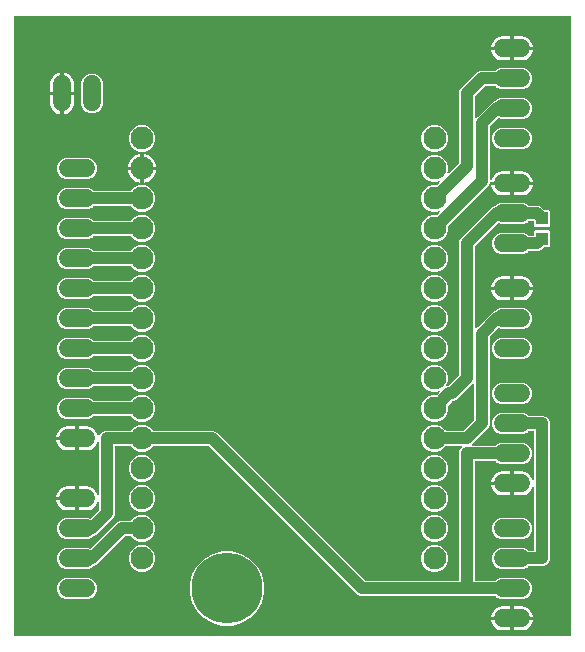
<source format=gbr>
G04 EAGLE Gerber RS-274X export*
G75*
%MOMM*%
%FSLAX34Y34*%
%LPD*%
%INBottom Copper*%
%IPPOS*%
%AMOC8*
5,1,8,0,0,1.08239X$1,22.5*%
G01*
%ADD10C,1.930400*%
%ADD11C,1.524000*%
%ADD12R,1.000000X1.100000*%
%ADD13C,1.016000*%
%ADD14C,5.999988*%

G36*
X950998Y238764D02*
X950998Y238764D01*
X951017Y238762D01*
X951119Y238784D01*
X951221Y238800D01*
X951238Y238810D01*
X951258Y238814D01*
X951347Y238867D01*
X951438Y238916D01*
X951452Y238930D01*
X951469Y238940D01*
X951536Y239019D01*
X951608Y239094D01*
X951616Y239112D01*
X951629Y239127D01*
X951668Y239223D01*
X951711Y239317D01*
X951713Y239337D01*
X951721Y239355D01*
X951739Y239522D01*
X951739Y763678D01*
X951736Y763698D01*
X951738Y763717D01*
X951716Y763819D01*
X951700Y763921D01*
X951690Y763938D01*
X951686Y763958D01*
X951633Y764047D01*
X951584Y764138D01*
X951570Y764152D01*
X951560Y764169D01*
X951481Y764236D01*
X951406Y764308D01*
X951388Y764316D01*
X951373Y764329D01*
X951277Y764368D01*
X951183Y764411D01*
X951163Y764413D01*
X951145Y764421D01*
X950978Y764439D01*
X480822Y764439D01*
X480802Y764436D01*
X480783Y764438D01*
X480681Y764416D01*
X480579Y764400D01*
X480562Y764390D01*
X480542Y764386D01*
X480453Y764333D01*
X480362Y764284D01*
X480348Y764270D01*
X480331Y764260D01*
X480264Y764181D01*
X480192Y764106D01*
X480184Y764088D01*
X480171Y764073D01*
X480132Y763977D01*
X480089Y763883D01*
X480087Y763863D01*
X480079Y763845D01*
X480061Y763678D01*
X480061Y239522D01*
X480064Y239502D01*
X480062Y239483D01*
X480084Y239381D01*
X480100Y239279D01*
X480110Y239262D01*
X480114Y239242D01*
X480167Y239153D01*
X480216Y239062D01*
X480230Y239048D01*
X480240Y239031D01*
X480319Y238964D01*
X480394Y238892D01*
X480412Y238884D01*
X480427Y238871D01*
X480523Y238832D01*
X480617Y238789D01*
X480637Y238787D01*
X480655Y238779D01*
X480822Y238761D01*
X950978Y238761D01*
X950998Y238764D01*
G37*
%LPC*%
G36*
X892261Y270255D02*
X892261Y270255D01*
X888900Y271647D01*
X887975Y272572D01*
X887901Y272625D01*
X887832Y272685D01*
X887802Y272697D01*
X887775Y272716D01*
X887688Y272743D01*
X887604Y272777D01*
X887563Y272781D01*
X887540Y272788D01*
X887508Y272787D01*
X887437Y272795D01*
X773386Y272795D01*
X770959Y273801D01*
X645087Y399672D01*
X645013Y399725D01*
X644944Y399785D01*
X644914Y399797D01*
X644887Y399816D01*
X644800Y399843D01*
X644716Y399877D01*
X644675Y399881D01*
X644652Y399888D01*
X644620Y399887D01*
X644549Y399895D01*
X598017Y399895D01*
X597927Y399881D01*
X597836Y399873D01*
X597806Y399861D01*
X597774Y399856D01*
X597693Y399813D01*
X597610Y399777D01*
X597577Y399751D01*
X597557Y399740D01*
X597535Y399717D01*
X597479Y399672D01*
X594831Y397025D01*
X590723Y395323D01*
X586277Y395323D01*
X582169Y397025D01*
X579521Y399672D01*
X579447Y399725D01*
X579378Y399785D01*
X579348Y399797D01*
X579322Y399816D01*
X579235Y399843D01*
X579150Y399877D01*
X579109Y399881D01*
X579087Y399888D01*
X579054Y399887D01*
X578983Y399895D01*
X566166Y399895D01*
X566146Y399892D01*
X566127Y399894D01*
X566025Y399872D01*
X565923Y399856D01*
X565906Y399846D01*
X565886Y399842D01*
X565797Y399789D01*
X565706Y399740D01*
X565692Y399726D01*
X565675Y399716D01*
X565608Y399637D01*
X565536Y399562D01*
X565528Y399544D01*
X565515Y399529D01*
X565476Y399433D01*
X565433Y399339D01*
X565431Y399319D01*
X565423Y399301D01*
X565405Y399134D01*
X565405Y341586D01*
X564399Y339159D01*
X549841Y324601D01*
X547441Y323607D01*
X547385Y323572D01*
X547325Y323546D01*
X547260Y323495D01*
X547232Y323477D01*
X547220Y323462D01*
X547194Y323442D01*
X546200Y322447D01*
X542839Y321055D01*
X523961Y321055D01*
X520600Y322447D01*
X518027Y325020D01*
X516635Y328381D01*
X516635Y332019D01*
X518027Y335380D01*
X520600Y337953D01*
X523961Y339345D01*
X542839Y339345D01*
X544537Y338642D01*
X544650Y338615D01*
X544764Y338586D01*
X544770Y338587D01*
X544776Y338585D01*
X544893Y338596D01*
X545009Y338605D01*
X545015Y338608D01*
X545021Y338609D01*
X545128Y338656D01*
X545235Y338702D01*
X545241Y338706D01*
X545246Y338709D01*
X545259Y338721D01*
X545366Y338807D01*
X551972Y345413D01*
X552025Y345487D01*
X552085Y345556D01*
X552097Y345586D01*
X552116Y345613D01*
X552143Y345700D01*
X552177Y345784D01*
X552181Y345825D01*
X552188Y345848D01*
X552187Y345880D01*
X552195Y345951D01*
X552195Y352307D01*
X552195Y352311D01*
X552195Y352315D01*
X552175Y352432D01*
X552156Y352550D01*
X552154Y352553D01*
X552153Y352557D01*
X552096Y352662D01*
X552040Y352767D01*
X552038Y352770D01*
X552036Y352773D01*
X551948Y352854D01*
X551862Y352936D01*
X551858Y352938D01*
X551856Y352941D01*
X551747Y352990D01*
X551639Y353040D01*
X551635Y353040D01*
X551631Y353042D01*
X551512Y353054D01*
X551395Y353067D01*
X551391Y353066D01*
X551387Y353067D01*
X551271Y353040D01*
X551154Y353015D01*
X551151Y353013D01*
X551147Y353012D01*
X551046Y352950D01*
X550943Y352889D01*
X550941Y352886D01*
X550937Y352883D01*
X550861Y352792D01*
X550783Y352702D01*
X550782Y352698D01*
X550779Y352695D01*
X550710Y352542D01*
X550436Y351700D01*
X549710Y350275D01*
X548770Y348981D01*
X547639Y347850D01*
X546345Y346910D01*
X544920Y346184D01*
X543399Y345689D01*
X541820Y345439D01*
X534923Y345439D01*
X534923Y354838D01*
X534920Y354858D01*
X534922Y354877D01*
X534900Y354979D01*
X534883Y355081D01*
X534874Y355098D01*
X534870Y355118D01*
X534817Y355207D01*
X534768Y355298D01*
X534754Y355312D01*
X534744Y355329D01*
X534665Y355396D01*
X534590Y355467D01*
X534572Y355476D01*
X534557Y355489D01*
X534461Y355527D01*
X534367Y355571D01*
X534347Y355573D01*
X534329Y355581D01*
X534162Y355599D01*
X533399Y355599D01*
X533399Y355601D01*
X534162Y355601D01*
X534182Y355604D01*
X534201Y355602D01*
X534303Y355624D01*
X534405Y355641D01*
X534422Y355650D01*
X534442Y355654D01*
X534531Y355707D01*
X534622Y355756D01*
X534636Y355770D01*
X534653Y355780D01*
X534720Y355859D01*
X534791Y355934D01*
X534800Y355952D01*
X534813Y355967D01*
X534852Y356063D01*
X534895Y356157D01*
X534897Y356177D01*
X534905Y356195D01*
X534923Y356362D01*
X534923Y365761D01*
X541820Y365761D01*
X543399Y365511D01*
X544920Y365016D01*
X546345Y364290D01*
X547639Y363350D01*
X548770Y362219D01*
X549710Y360925D01*
X550436Y359500D01*
X550710Y358658D01*
X550712Y358654D01*
X550713Y358650D01*
X550768Y358546D01*
X550823Y358439D01*
X550826Y358437D01*
X550828Y358433D01*
X550914Y358351D01*
X550999Y358268D01*
X551003Y358266D01*
X551006Y358264D01*
X551114Y358214D01*
X551221Y358162D01*
X551225Y358162D01*
X551229Y358160D01*
X551346Y358147D01*
X551466Y358133D01*
X551470Y358133D01*
X551473Y358133D01*
X551589Y358158D01*
X551706Y358182D01*
X551710Y358184D01*
X551714Y358185D01*
X551816Y358246D01*
X551919Y358306D01*
X551922Y358309D01*
X551925Y358311D01*
X552003Y358402D01*
X552081Y358492D01*
X552082Y358495D01*
X552085Y358498D01*
X552130Y358610D01*
X552175Y358719D01*
X552175Y358723D01*
X552177Y358726D01*
X552195Y358893D01*
X552195Y403107D01*
X552195Y403111D01*
X552195Y403115D01*
X552175Y403232D01*
X552156Y403350D01*
X552154Y403353D01*
X552153Y403357D01*
X552096Y403462D01*
X552040Y403567D01*
X552038Y403570D01*
X552036Y403573D01*
X551948Y403654D01*
X551862Y403736D01*
X551858Y403738D01*
X551856Y403741D01*
X551747Y403790D01*
X551639Y403840D01*
X551635Y403840D01*
X551631Y403842D01*
X551512Y403854D01*
X551395Y403867D01*
X551391Y403866D01*
X551387Y403867D01*
X551271Y403840D01*
X551154Y403815D01*
X551151Y403813D01*
X551147Y403812D01*
X551046Y403750D01*
X550943Y403689D01*
X550941Y403686D01*
X550937Y403683D01*
X550861Y403592D01*
X550783Y403502D01*
X550782Y403498D01*
X550779Y403495D01*
X550710Y403342D01*
X550436Y402500D01*
X549710Y401075D01*
X548770Y399781D01*
X547639Y398650D01*
X546345Y397710D01*
X544920Y396984D01*
X543399Y396489D01*
X541820Y396239D01*
X534923Y396239D01*
X534923Y405638D01*
X534920Y405658D01*
X534922Y405677D01*
X534900Y405779D01*
X534883Y405881D01*
X534874Y405898D01*
X534870Y405918D01*
X534817Y406007D01*
X534768Y406098D01*
X534754Y406112D01*
X534744Y406129D01*
X534665Y406196D01*
X534590Y406267D01*
X534572Y406276D01*
X534557Y406289D01*
X534461Y406327D01*
X534367Y406371D01*
X534347Y406373D01*
X534329Y406381D01*
X534162Y406399D01*
X533399Y406399D01*
X533399Y406401D01*
X534162Y406401D01*
X534182Y406404D01*
X534201Y406402D01*
X534303Y406424D01*
X534405Y406441D01*
X534422Y406450D01*
X534442Y406454D01*
X534531Y406507D01*
X534622Y406556D01*
X534636Y406570D01*
X534653Y406580D01*
X534720Y406659D01*
X534791Y406734D01*
X534800Y406752D01*
X534813Y406767D01*
X534852Y406863D01*
X534895Y406957D01*
X534897Y406977D01*
X534905Y406995D01*
X534923Y407162D01*
X534923Y416561D01*
X541820Y416561D01*
X543399Y416311D01*
X544920Y415816D01*
X546345Y415090D01*
X547639Y414150D01*
X548770Y413019D01*
X549710Y411725D01*
X550436Y410300D01*
X550931Y408779D01*
X550980Y408466D01*
X550992Y408430D01*
X550996Y408392D01*
X551030Y408314D01*
X551057Y408232D01*
X551080Y408202D01*
X551096Y408167D01*
X551154Y408104D01*
X551205Y408035D01*
X551236Y408014D01*
X551262Y407986D01*
X551337Y407945D01*
X551408Y407896D01*
X551444Y407886D01*
X551478Y407867D01*
X551562Y407852D01*
X551644Y407829D01*
X551682Y407830D01*
X551720Y407824D01*
X551805Y407836D01*
X551890Y407840D01*
X551925Y407854D01*
X551963Y407859D01*
X552039Y407898D01*
X552119Y407929D01*
X552148Y407954D01*
X552182Y407971D01*
X552242Y408032D01*
X552308Y408087D01*
X552328Y408119D01*
X552355Y408146D01*
X552435Y408293D01*
X553201Y410141D01*
X555159Y412099D01*
X557586Y413105D01*
X578983Y413105D01*
X579073Y413119D01*
X579164Y413127D01*
X579194Y413139D01*
X579226Y413144D01*
X579307Y413187D01*
X579390Y413223D01*
X579423Y413249D01*
X579443Y413260D01*
X579465Y413283D01*
X579521Y413328D01*
X582169Y415975D01*
X586277Y417677D01*
X590723Y417677D01*
X594831Y415975D01*
X597479Y413328D01*
X597553Y413275D01*
X597622Y413215D01*
X597652Y413203D01*
X597678Y413184D01*
X597765Y413157D01*
X597850Y413123D01*
X597891Y413119D01*
X597913Y413112D01*
X597946Y413113D01*
X598017Y413105D01*
X648914Y413105D01*
X651341Y412099D01*
X777213Y286228D01*
X777287Y286175D01*
X777356Y286115D01*
X777386Y286103D01*
X777413Y286084D01*
X777500Y286057D01*
X777584Y286023D01*
X777625Y286019D01*
X777648Y286012D01*
X777680Y286013D01*
X777751Y286005D01*
X856234Y286005D01*
X856254Y286008D01*
X856273Y286006D01*
X856375Y286028D01*
X856477Y286044D01*
X856494Y286054D01*
X856514Y286058D01*
X856603Y286111D01*
X856694Y286160D01*
X856708Y286174D01*
X856725Y286184D01*
X856792Y286263D01*
X856864Y286338D01*
X856872Y286356D01*
X856885Y286371D01*
X856924Y286467D01*
X856967Y286561D01*
X856969Y286581D01*
X856977Y286599D01*
X856995Y286766D01*
X856995Y395014D01*
X858001Y397441D01*
X859155Y398596D01*
X859197Y398654D01*
X859246Y398706D01*
X859268Y398753D01*
X859299Y398795D01*
X859320Y398864D01*
X859350Y398929D01*
X859356Y398981D01*
X859371Y399031D01*
X859369Y399102D01*
X859377Y399173D01*
X859366Y399224D01*
X859365Y399276D01*
X859340Y399344D01*
X859325Y399414D01*
X859298Y399459D01*
X859280Y399507D01*
X859235Y399563D01*
X859199Y399625D01*
X859159Y399659D01*
X859127Y399699D01*
X859066Y399738D01*
X859012Y399785D01*
X858963Y399804D01*
X858920Y399832D01*
X858850Y399850D01*
X858784Y399877D01*
X858712Y399885D01*
X858681Y399893D01*
X858658Y399891D01*
X858617Y399895D01*
X845717Y399895D01*
X845627Y399881D01*
X845536Y399873D01*
X845506Y399861D01*
X845474Y399856D01*
X845393Y399813D01*
X845310Y399777D01*
X845277Y399751D01*
X845257Y399740D01*
X845235Y399717D01*
X845179Y399672D01*
X842531Y397025D01*
X838423Y395323D01*
X833977Y395323D01*
X829869Y397025D01*
X826725Y400169D01*
X825023Y404277D01*
X825023Y408723D01*
X826725Y412831D01*
X829869Y415975D01*
X833977Y417677D01*
X838423Y417677D01*
X842531Y415975D01*
X845179Y413328D01*
X845253Y413275D01*
X845322Y413215D01*
X845352Y413203D01*
X845378Y413184D01*
X845465Y413157D01*
X845550Y413123D01*
X845591Y413119D01*
X845613Y413112D01*
X845646Y413113D01*
X845717Y413105D01*
X860649Y413105D01*
X860739Y413119D01*
X860830Y413127D01*
X860860Y413139D01*
X860892Y413144D01*
X860972Y413187D01*
X861056Y413223D01*
X861088Y413249D01*
X861109Y413260D01*
X861131Y413283D01*
X861187Y413328D01*
X869472Y421613D01*
X869525Y421687D01*
X869585Y421756D01*
X869597Y421786D01*
X869616Y421813D01*
X869643Y421900D01*
X869677Y421984D01*
X869681Y422025D01*
X869688Y422048D01*
X869687Y422080D01*
X869695Y422151D01*
X869695Y452117D01*
X869684Y452188D01*
X869682Y452259D01*
X869664Y452308D01*
X869656Y452360D01*
X869622Y452423D01*
X869597Y452490D01*
X869565Y452531D01*
X869540Y452577D01*
X869488Y452626D01*
X869444Y452682D01*
X869400Y452711D01*
X869362Y452746D01*
X869297Y452777D01*
X869237Y452815D01*
X869186Y452828D01*
X869139Y452850D01*
X869068Y452858D01*
X868998Y452875D01*
X868946Y452871D01*
X868895Y452877D01*
X868824Y452862D01*
X868753Y452856D01*
X868705Y452836D01*
X868654Y452825D01*
X868593Y452788D01*
X868527Y452760D01*
X868471Y452715D01*
X868443Y452699D01*
X868428Y452681D01*
X868396Y452655D01*
X867234Y451494D01*
X856606Y440866D01*
X854641Y438901D01*
X852214Y437895D01*
X851851Y437895D01*
X851761Y437881D01*
X851670Y437873D01*
X851640Y437861D01*
X851608Y437856D01*
X851528Y437813D01*
X851444Y437777D01*
X851412Y437751D01*
X851391Y437740D01*
X851369Y437717D01*
X851313Y437672D01*
X847600Y433959D01*
X847547Y433885D01*
X847487Y433816D01*
X847475Y433786D01*
X847456Y433759D01*
X847429Y433672D01*
X847395Y433588D01*
X847391Y433547D01*
X847384Y433524D01*
X847385Y433492D01*
X847377Y433421D01*
X847377Y429677D01*
X845675Y425569D01*
X842531Y422425D01*
X838423Y420723D01*
X833977Y420723D01*
X829869Y422425D01*
X826725Y425569D01*
X825023Y429677D01*
X825023Y434123D01*
X826725Y438231D01*
X829869Y441375D01*
X833977Y443077D01*
X837721Y443077D01*
X837811Y443091D01*
X837902Y443099D01*
X837932Y443111D01*
X837964Y443116D01*
X838044Y443159D01*
X838128Y443195D01*
X838160Y443221D01*
X838181Y443232D01*
X838203Y443255D01*
X838259Y443300D01*
X840257Y445298D01*
X840301Y445359D01*
X840333Y445393D01*
X840341Y445409D01*
X840376Y445452D01*
X840386Y445476D01*
X840401Y445497D01*
X840429Y445591D01*
X840464Y445681D01*
X840465Y445708D01*
X840473Y445733D01*
X840471Y445830D01*
X840475Y445927D01*
X840467Y445952D01*
X840467Y445978D01*
X840433Y446070D01*
X840406Y446163D01*
X840391Y446185D01*
X840382Y446209D01*
X840321Y446286D01*
X840266Y446365D01*
X840245Y446381D01*
X840229Y446401D01*
X840146Y446454D01*
X840069Y446512D01*
X840044Y446520D01*
X840022Y446534D01*
X839927Y446558D01*
X839835Y446588D01*
X839808Y446588D01*
X839783Y446595D01*
X839686Y446587D01*
X839589Y446586D01*
X839557Y446577D01*
X839538Y446575D01*
X839508Y446563D01*
X839428Y446539D01*
X838423Y446123D01*
X833977Y446123D01*
X829869Y447825D01*
X826725Y450969D01*
X825023Y455077D01*
X825023Y459523D01*
X826725Y463631D01*
X829869Y466775D01*
X833977Y468477D01*
X838423Y468477D01*
X842531Y466775D01*
X845675Y463631D01*
X847377Y459523D01*
X847377Y455077D01*
X846071Y451925D01*
X846055Y451855D01*
X846029Y451789D01*
X846027Y451736D01*
X846015Y451686D01*
X846022Y451615D01*
X846019Y451543D01*
X846033Y451493D01*
X846038Y451441D01*
X846067Y451375D01*
X846087Y451307D01*
X846117Y451264D01*
X846138Y451216D01*
X846187Y451163D01*
X846228Y451105D01*
X846269Y451074D01*
X846305Y451035D01*
X846368Y451000D01*
X846425Y450958D01*
X846474Y450942D01*
X846520Y450916D01*
X846591Y450904D01*
X846659Y450882D01*
X846711Y450882D01*
X846762Y450873D01*
X846833Y450883D01*
X846905Y450884D01*
X846974Y450904D01*
X847006Y450909D01*
X847026Y450919D01*
X847066Y450931D01*
X847486Y451105D01*
X847849Y451105D01*
X847939Y451119D01*
X848030Y451127D01*
X848060Y451139D01*
X848092Y451144D01*
X848172Y451187D01*
X848256Y451223D01*
X848288Y451249D01*
X848309Y451260D01*
X848331Y451283D01*
X848387Y451328D01*
X856772Y459713D01*
X856825Y459787D01*
X856885Y459856D01*
X856897Y459886D01*
X856916Y459913D01*
X856943Y459999D01*
X856977Y460084D01*
X856981Y460125D01*
X856988Y460148D01*
X856987Y460180D01*
X856995Y460251D01*
X856995Y572814D01*
X858001Y575241D01*
X859966Y577206D01*
X883294Y600534D01*
X885259Y602499D01*
X887659Y603493D01*
X887715Y603528D01*
X887775Y603554D01*
X887840Y603605D01*
X887868Y603623D01*
X887880Y603638D01*
X887906Y603658D01*
X888900Y604653D01*
X892261Y606045D01*
X911139Y606045D01*
X914500Y604653D01*
X915425Y603728D01*
X915499Y603675D01*
X915568Y603615D01*
X915598Y603603D01*
X915625Y603584D01*
X915712Y603557D01*
X915796Y603523D01*
X915837Y603519D01*
X915860Y603512D01*
X915892Y603513D01*
X915963Y603505D01*
X924214Y603505D01*
X926641Y602499D01*
X929193Y599948D01*
X929267Y599895D01*
X929336Y599835D01*
X929366Y599823D01*
X929393Y599804D01*
X929480Y599777D01*
X929564Y599743D01*
X929605Y599739D01*
X929628Y599732D01*
X929660Y599733D01*
X929731Y599725D01*
X932732Y599725D01*
X933625Y598832D01*
X933625Y594358D01*
X933635Y594294D01*
X933636Y594228D01*
X933659Y594148D01*
X933664Y594116D01*
X933674Y594098D01*
X933683Y594067D01*
X933705Y594014D01*
X933705Y591386D01*
X933683Y591333D01*
X933668Y591269D01*
X933643Y591208D01*
X933634Y591126D01*
X933627Y591094D01*
X933628Y591074D01*
X933625Y591042D01*
X933625Y586568D01*
X932732Y585675D01*
X921468Y585675D01*
X920575Y586568D01*
X920575Y589534D01*
X920572Y589554D01*
X920574Y589573D01*
X920552Y589675D01*
X920536Y589777D01*
X920526Y589794D01*
X920522Y589814D01*
X920469Y589903D01*
X920420Y589994D01*
X920406Y590008D01*
X920396Y590025D01*
X920317Y590092D01*
X920242Y590164D01*
X920224Y590172D01*
X920209Y590185D01*
X920113Y590224D01*
X920019Y590267D01*
X919999Y590269D01*
X919981Y590277D01*
X919814Y590295D01*
X915963Y590295D01*
X915873Y590281D01*
X915782Y590273D01*
X915752Y590261D01*
X915720Y590256D01*
X915640Y590213D01*
X915556Y590177D01*
X915524Y590151D01*
X915503Y590140D01*
X915481Y590117D01*
X915425Y590072D01*
X914500Y589147D01*
X911139Y587755D01*
X892261Y587755D01*
X890563Y588458D01*
X890450Y588485D01*
X890336Y588514D01*
X890330Y588513D01*
X890324Y588515D01*
X890207Y588504D01*
X890091Y588495D01*
X890085Y588492D01*
X890079Y588491D01*
X889972Y588444D01*
X889865Y588398D01*
X889859Y588394D01*
X889854Y588391D01*
X889841Y588379D01*
X889734Y588293D01*
X870428Y568987D01*
X870375Y568913D01*
X870315Y568844D01*
X870303Y568814D01*
X870284Y568787D01*
X870257Y568701D01*
X870223Y568616D01*
X870219Y568575D01*
X870212Y568552D01*
X870213Y568520D01*
X870205Y568449D01*
X870205Y500383D01*
X870216Y500312D01*
X870218Y500241D01*
X870236Y500192D01*
X870244Y500140D01*
X870278Y500077D01*
X870303Y500010D01*
X870335Y499969D01*
X870360Y499923D01*
X870412Y499874D01*
X870456Y499818D01*
X870500Y499789D01*
X870538Y499754D01*
X870603Y499723D01*
X870663Y499685D01*
X870714Y499672D01*
X870761Y499650D01*
X870832Y499642D01*
X870902Y499625D01*
X870954Y499629D01*
X871005Y499623D01*
X871076Y499638D01*
X871147Y499644D01*
X871195Y499664D01*
X871246Y499675D01*
X871307Y499712D01*
X871373Y499740D01*
X871429Y499785D01*
X871457Y499801D01*
X871472Y499819D01*
X871504Y499845D01*
X872566Y500906D01*
X885259Y513599D01*
X887659Y514593D01*
X887715Y514628D01*
X887775Y514654D01*
X887840Y514705D01*
X887868Y514723D01*
X887880Y514738D01*
X887906Y514758D01*
X888900Y515753D01*
X892261Y517145D01*
X911139Y517145D01*
X914500Y515753D01*
X917073Y513180D01*
X918465Y509819D01*
X918465Y506181D01*
X917073Y502820D01*
X914500Y500247D01*
X911139Y498855D01*
X892261Y498855D01*
X890563Y499558D01*
X890450Y499585D01*
X890336Y499614D01*
X890330Y499613D01*
X890324Y499615D01*
X890207Y499604D01*
X890091Y499595D01*
X890085Y499592D01*
X890079Y499591D01*
X889972Y499544D01*
X889865Y499498D01*
X889859Y499494D01*
X889854Y499491D01*
X889841Y499479D01*
X889734Y499393D01*
X883128Y492787D01*
X883085Y492727D01*
X883045Y492685D01*
X883038Y492670D01*
X883015Y492644D01*
X883003Y492614D01*
X882984Y492587D01*
X882957Y492501D01*
X882948Y492478D01*
X882941Y492462D01*
X882941Y492459D01*
X882923Y492416D01*
X882919Y492375D01*
X882912Y492352D01*
X882913Y492320D01*
X882905Y492249D01*
X882905Y417786D01*
X881899Y415359D01*
X879934Y413394D01*
X868145Y401604D01*
X868103Y401546D01*
X868054Y401494D01*
X868032Y401447D01*
X868001Y401405D01*
X867980Y401336D01*
X867950Y401271D01*
X867944Y401219D01*
X867929Y401169D01*
X867931Y401098D01*
X867923Y401027D01*
X867934Y400976D01*
X867935Y400924D01*
X867960Y400856D01*
X867975Y400786D01*
X868002Y400741D01*
X868020Y400693D01*
X868065Y400637D01*
X868101Y400575D01*
X868141Y400541D01*
X868173Y400501D01*
X868234Y400462D01*
X868288Y400415D01*
X868337Y400396D01*
X868380Y400368D01*
X868450Y400350D01*
X868516Y400323D01*
X868588Y400315D01*
X868619Y400307D01*
X868642Y400309D01*
X868683Y400305D01*
X887437Y400305D01*
X887527Y400319D01*
X887618Y400327D01*
X887648Y400339D01*
X887680Y400344D01*
X887760Y400387D01*
X887844Y400423D01*
X887876Y400449D01*
X887897Y400460D01*
X887919Y400483D01*
X887975Y400528D01*
X888900Y401453D01*
X892261Y402845D01*
X911139Y402845D01*
X914500Y401453D01*
X917073Y398880D01*
X918465Y395519D01*
X918465Y391881D01*
X917073Y388520D01*
X914500Y385947D01*
X911139Y384555D01*
X892261Y384555D01*
X888900Y385947D01*
X887975Y386872D01*
X887901Y386925D01*
X887832Y386985D01*
X887802Y386997D01*
X887775Y387016D01*
X887688Y387043D01*
X887604Y387077D01*
X887563Y387081D01*
X887540Y387088D01*
X887508Y387087D01*
X887437Y387095D01*
X870966Y387095D01*
X870946Y387092D01*
X870927Y387094D01*
X870825Y387072D01*
X870723Y387056D01*
X870706Y387046D01*
X870686Y387042D01*
X870597Y386989D01*
X870506Y386940D01*
X870492Y386926D01*
X870475Y386916D01*
X870408Y386837D01*
X870336Y386762D01*
X870328Y386744D01*
X870315Y386729D01*
X870276Y386633D01*
X870233Y386539D01*
X870231Y386519D01*
X870223Y386501D01*
X870205Y386334D01*
X870205Y286766D01*
X870208Y286746D01*
X870206Y286727D01*
X870228Y286625D01*
X870244Y286523D01*
X870254Y286506D01*
X870258Y286486D01*
X870311Y286397D01*
X870360Y286306D01*
X870374Y286292D01*
X870384Y286275D01*
X870463Y286208D01*
X870538Y286136D01*
X870556Y286128D01*
X870571Y286115D01*
X870667Y286076D01*
X870761Y286033D01*
X870781Y286031D01*
X870799Y286023D01*
X870966Y286005D01*
X887437Y286005D01*
X887527Y286019D01*
X887618Y286027D01*
X887648Y286039D01*
X887680Y286044D01*
X887760Y286087D01*
X887844Y286123D01*
X887876Y286149D01*
X887897Y286160D01*
X887919Y286183D01*
X887975Y286228D01*
X888900Y287153D01*
X892261Y288545D01*
X911139Y288545D01*
X914500Y287153D01*
X917073Y284580D01*
X918465Y281219D01*
X918465Y277581D01*
X917073Y274220D01*
X914500Y271647D01*
X911139Y270255D01*
X892261Y270255D01*
G37*
%LPD*%
%LPC*%
G36*
X833977Y573123D02*
X833977Y573123D01*
X829869Y574825D01*
X826725Y577969D01*
X825023Y582077D01*
X825023Y586523D01*
X826725Y590631D01*
X829869Y593775D01*
X833977Y595477D01*
X837721Y595477D01*
X837811Y595491D01*
X837902Y595499D01*
X837932Y595511D01*
X837964Y595516D01*
X838044Y595559D01*
X838128Y595595D01*
X838160Y595621D01*
X838181Y595632D01*
X838203Y595655D01*
X838259Y595700D01*
X840257Y597698D01*
X840314Y597777D01*
X840376Y597852D01*
X840386Y597876D01*
X840401Y597897D01*
X840429Y597991D01*
X840464Y598081D01*
X840465Y598108D01*
X840473Y598133D01*
X840471Y598230D01*
X840475Y598327D01*
X840467Y598352D01*
X840467Y598378D01*
X840433Y598470D01*
X840406Y598563D01*
X840391Y598585D01*
X840382Y598609D01*
X840321Y598686D01*
X840266Y598765D01*
X840245Y598781D01*
X840229Y598801D01*
X840147Y598854D01*
X840069Y598912D01*
X840044Y598920D01*
X840022Y598934D01*
X839927Y598958D01*
X839835Y598988D01*
X839809Y598988D01*
X839783Y598995D01*
X839686Y598987D01*
X839589Y598986D01*
X839557Y598977D01*
X839538Y598975D01*
X839508Y598963D01*
X839428Y598939D01*
X838423Y598523D01*
X833977Y598523D01*
X829869Y600225D01*
X826725Y603369D01*
X825023Y607477D01*
X825023Y611923D01*
X826725Y616031D01*
X829869Y619175D01*
X833977Y620877D01*
X837721Y620877D01*
X837811Y620891D01*
X837902Y620899D01*
X837932Y620911D01*
X837964Y620916D01*
X838044Y620959D01*
X838128Y620995D01*
X838160Y621021D01*
X838181Y621032D01*
X838203Y621055D01*
X838259Y621100D01*
X840257Y623098D01*
X840314Y623177D01*
X840376Y623252D01*
X840386Y623276D01*
X840401Y623297D01*
X840429Y623391D01*
X840464Y623481D01*
X840465Y623508D01*
X840473Y623533D01*
X840471Y623630D01*
X840475Y623727D01*
X840467Y623752D01*
X840467Y623778D01*
X840433Y623870D01*
X840406Y623963D01*
X840391Y623985D01*
X840382Y624009D01*
X840321Y624086D01*
X840266Y624165D01*
X840245Y624181D01*
X840229Y624201D01*
X840147Y624254D01*
X840069Y624312D01*
X840044Y624320D01*
X840022Y624334D01*
X839927Y624358D01*
X839835Y624388D01*
X839809Y624388D01*
X839783Y624395D01*
X839686Y624387D01*
X839589Y624386D01*
X839557Y624377D01*
X839538Y624375D01*
X839508Y624363D01*
X839428Y624339D01*
X838423Y623923D01*
X833977Y623923D01*
X829869Y625625D01*
X826725Y628769D01*
X825023Y632877D01*
X825023Y637323D01*
X826725Y641431D01*
X829869Y644575D01*
X833977Y646277D01*
X838423Y646277D01*
X842531Y644575D01*
X845675Y641431D01*
X847377Y637323D01*
X847377Y632877D01*
X846961Y631872D01*
X846938Y631778D01*
X846910Y631685D01*
X846910Y631658D01*
X846905Y631633D01*
X846914Y631536D01*
X846916Y631439D01*
X846925Y631414D01*
X846928Y631388D01*
X846967Y631299D01*
X847001Y631208D01*
X847017Y631187D01*
X847028Y631163D01*
X847094Y631092D01*
X847154Y631016D01*
X847176Y631001D01*
X847194Y630982D01*
X847279Y630935D01*
X847361Y630883D01*
X847387Y630876D01*
X847410Y630864D01*
X847505Y630846D01*
X847600Y630823D01*
X847626Y630825D01*
X847652Y630820D01*
X847748Y630834D01*
X847845Y630842D01*
X847869Y630852D01*
X847895Y630856D01*
X847982Y630900D01*
X848071Y630938D01*
X848097Y630958D01*
X848114Y630967D01*
X848137Y630991D01*
X848202Y631043D01*
X856772Y639613D01*
X856825Y639687D01*
X856885Y639756D01*
X856897Y639786D01*
X856916Y639813D01*
X856943Y639900D01*
X856977Y639984D01*
X856981Y640025D01*
X856988Y640048D01*
X856987Y640080D01*
X856995Y640151D01*
X856995Y699814D01*
X858001Y702241D01*
X872559Y716799D01*
X874986Y717805D01*
X887437Y717805D01*
X887527Y717819D01*
X887618Y717827D01*
X887648Y717839D01*
X887680Y717844D01*
X887760Y717887D01*
X887844Y717923D01*
X887876Y717949D01*
X887897Y717960D01*
X887919Y717983D01*
X887975Y718028D01*
X888900Y718953D01*
X892261Y720345D01*
X911139Y720345D01*
X914500Y718953D01*
X917073Y716380D01*
X918465Y713019D01*
X918465Y709381D01*
X917073Y706020D01*
X914500Y703447D01*
X911139Y702055D01*
X892261Y702055D01*
X888900Y703447D01*
X887975Y704372D01*
X887901Y704425D01*
X887832Y704485D01*
X887802Y704497D01*
X887775Y704516D01*
X887688Y704543D01*
X887604Y704577D01*
X887563Y704581D01*
X887540Y704588D01*
X887508Y704587D01*
X887437Y704595D01*
X879351Y704595D01*
X879261Y704581D01*
X879170Y704573D01*
X879140Y704561D01*
X879108Y704556D01*
X879028Y704513D01*
X878944Y704477D01*
X878912Y704451D01*
X878891Y704440D01*
X878869Y704417D01*
X878813Y704372D01*
X870428Y695987D01*
X870375Y695913D01*
X870315Y695844D01*
X870303Y695814D01*
X870284Y695787D01*
X870257Y695700D01*
X870223Y695616D01*
X870219Y695575D01*
X870212Y695552D01*
X870213Y695520D01*
X870205Y695449D01*
X870205Y678183D01*
X870216Y678112D01*
X870218Y678041D01*
X870236Y677992D01*
X870244Y677940D01*
X870278Y677877D01*
X870303Y677810D01*
X870335Y677769D01*
X870360Y677723D01*
X870412Y677674D01*
X870456Y677618D01*
X870500Y677589D01*
X870538Y677554D01*
X870603Y677523D01*
X870663Y677485D01*
X870714Y677472D01*
X870761Y677450D01*
X870832Y677442D01*
X870902Y677425D01*
X870954Y677429D01*
X871005Y677423D01*
X871076Y677438D01*
X871147Y677444D01*
X871195Y677464D01*
X871246Y677475D01*
X871307Y677512D01*
X871373Y677540D01*
X871429Y677585D01*
X871457Y677601D01*
X871472Y677619D01*
X871504Y677645D01*
X872666Y678806D01*
X885259Y691399D01*
X887659Y692393D01*
X887715Y692428D01*
X887775Y692454D01*
X887840Y692505D01*
X887868Y692523D01*
X887880Y692538D01*
X887906Y692558D01*
X888900Y693553D01*
X892261Y694945D01*
X911139Y694945D01*
X914500Y693553D01*
X917073Y690980D01*
X918465Y687619D01*
X918465Y683981D01*
X917073Y680620D01*
X914500Y678047D01*
X911139Y676655D01*
X892261Y676655D01*
X890563Y677358D01*
X890450Y677385D01*
X890336Y677414D01*
X890330Y677413D01*
X890324Y677415D01*
X890207Y677404D01*
X890091Y677395D01*
X890085Y677392D01*
X890079Y677391D01*
X889972Y677344D01*
X889865Y677298D01*
X889859Y677294D01*
X889854Y677291D01*
X889841Y677279D01*
X889734Y677193D01*
X883128Y670587D01*
X883075Y670513D01*
X883015Y670444D01*
X883003Y670414D01*
X882984Y670387D01*
X882957Y670300D01*
X882923Y670216D01*
X882919Y670175D01*
X882912Y670152D01*
X882913Y670120D01*
X882905Y670049D01*
X882905Y625593D01*
X882905Y625589D01*
X882905Y625585D01*
X882925Y625468D01*
X882944Y625350D01*
X882946Y625347D01*
X882947Y625343D01*
X883004Y625238D01*
X883060Y625133D01*
X883062Y625130D01*
X883064Y625127D01*
X883152Y625046D01*
X883238Y624964D01*
X883242Y624962D01*
X883244Y624959D01*
X883353Y624910D01*
X883461Y624860D01*
X883465Y624860D01*
X883469Y624858D01*
X883588Y624846D01*
X883705Y624833D01*
X883709Y624834D01*
X883713Y624833D01*
X883829Y624860D01*
X883946Y624885D01*
X883949Y624887D01*
X883953Y624888D01*
X884054Y624950D01*
X884157Y625011D01*
X884159Y625014D01*
X884163Y625017D01*
X884239Y625108D01*
X884317Y625198D01*
X884318Y625202D01*
X884321Y625205D01*
X884390Y625358D01*
X884664Y626200D01*
X885390Y627625D01*
X886330Y628919D01*
X887461Y630050D01*
X888755Y630990D01*
X890180Y631716D01*
X891701Y632211D01*
X893280Y632461D01*
X900177Y632461D01*
X900177Y623823D01*
X883666Y623823D01*
X883646Y623820D01*
X883627Y623822D01*
X883525Y623800D01*
X883423Y623783D01*
X883406Y623774D01*
X883386Y623770D01*
X883297Y623717D01*
X883206Y623668D01*
X883192Y623654D01*
X883175Y623644D01*
X883108Y623565D01*
X883036Y623490D01*
X883028Y623472D01*
X883015Y623457D01*
X882976Y623361D01*
X882933Y623267D01*
X882931Y623247D01*
X882923Y623229D01*
X882908Y623095D01*
X881899Y620659D01*
X879934Y618694D01*
X847600Y586359D01*
X847547Y586285D01*
X847487Y586216D01*
X847475Y586186D01*
X847456Y586159D01*
X847429Y586073D01*
X847395Y585988D01*
X847391Y585947D01*
X847384Y585924D01*
X847385Y585892D01*
X847377Y585821D01*
X847377Y582077D01*
X845675Y577969D01*
X842531Y574825D01*
X838423Y573123D01*
X833977Y573123D01*
G37*
%LPD*%
%LPC*%
G36*
X656250Y247875D02*
X656250Y247875D01*
X648232Y250024D01*
X641043Y254174D01*
X635174Y260043D01*
X631024Y267232D01*
X628875Y275250D01*
X628875Y283550D01*
X631024Y291568D01*
X635174Y298757D01*
X641043Y304626D01*
X648232Y308776D01*
X656250Y310925D01*
X664550Y310925D01*
X672568Y308776D01*
X679757Y304626D01*
X685626Y298757D01*
X689776Y291568D01*
X691925Y283550D01*
X691925Y275250D01*
X689776Y267232D01*
X685626Y260043D01*
X679757Y254174D01*
X672568Y250024D01*
X664550Y247875D01*
X656250Y247875D01*
G37*
%LPD*%
%LPC*%
G36*
X892261Y295655D02*
X892261Y295655D01*
X888900Y297047D01*
X886327Y299620D01*
X884935Y302981D01*
X884935Y306619D01*
X886327Y309980D01*
X888900Y312553D01*
X892261Y313945D01*
X911139Y313945D01*
X914500Y312553D01*
X915425Y311628D01*
X915499Y311575D01*
X915568Y311515D01*
X915598Y311503D01*
X915625Y311484D01*
X915712Y311457D01*
X915796Y311423D01*
X915837Y311419D01*
X915860Y311412D01*
X915892Y311413D01*
X915963Y311405D01*
X919734Y311405D01*
X919754Y311408D01*
X919773Y311406D01*
X919875Y311428D01*
X919977Y311444D01*
X919994Y311454D01*
X920014Y311458D01*
X920103Y311511D01*
X920194Y311560D01*
X920208Y311574D01*
X920225Y311584D01*
X920292Y311663D01*
X920364Y311738D01*
X920372Y311756D01*
X920385Y311771D01*
X920424Y311867D01*
X920467Y311961D01*
X920469Y311981D01*
X920477Y311999D01*
X920495Y312166D01*
X920495Y365007D01*
X920495Y365011D01*
X920495Y365015D01*
X920475Y365131D01*
X920456Y365250D01*
X920454Y365253D01*
X920453Y365257D01*
X920396Y365361D01*
X920340Y365467D01*
X920338Y365470D01*
X920336Y365473D01*
X920248Y365554D01*
X920162Y365636D01*
X920158Y365638D01*
X920156Y365641D01*
X920047Y365690D01*
X919939Y365740D01*
X919935Y365740D01*
X919931Y365742D01*
X919812Y365754D01*
X919695Y365767D01*
X919691Y365766D01*
X919687Y365767D01*
X919571Y365740D01*
X919454Y365715D01*
X919451Y365713D01*
X919447Y365712D01*
X919346Y365650D01*
X919243Y365589D01*
X919241Y365586D01*
X919237Y365583D01*
X919160Y365492D01*
X919083Y365402D01*
X919082Y365398D01*
X919079Y365395D01*
X919010Y365242D01*
X918736Y364400D01*
X918010Y362975D01*
X917070Y361681D01*
X915939Y360550D01*
X914645Y359610D01*
X913220Y358884D01*
X911699Y358389D01*
X910120Y358139D01*
X903223Y358139D01*
X903223Y367538D01*
X903220Y367558D01*
X903222Y367577D01*
X903200Y367679D01*
X903183Y367781D01*
X903174Y367798D01*
X903170Y367818D01*
X903117Y367907D01*
X903068Y367998D01*
X903054Y368012D01*
X903044Y368029D01*
X902965Y368096D01*
X902890Y368167D01*
X902872Y368176D01*
X902857Y368189D01*
X902761Y368227D01*
X902667Y368271D01*
X902647Y368273D01*
X902629Y368281D01*
X902462Y368299D01*
X901699Y368299D01*
X901699Y368301D01*
X902462Y368301D01*
X902482Y368304D01*
X902501Y368302D01*
X902603Y368324D01*
X902705Y368341D01*
X902722Y368350D01*
X902742Y368354D01*
X902831Y368407D01*
X902922Y368456D01*
X902936Y368470D01*
X902953Y368480D01*
X903020Y368559D01*
X903091Y368634D01*
X903100Y368652D01*
X903113Y368667D01*
X903152Y368763D01*
X903195Y368857D01*
X903197Y368877D01*
X903205Y368895D01*
X903223Y369062D01*
X903223Y378461D01*
X910120Y378461D01*
X911699Y378211D01*
X913220Y377716D01*
X914645Y376990D01*
X915939Y376050D01*
X917070Y374919D01*
X918010Y373625D01*
X918736Y372200D01*
X919010Y371358D01*
X919012Y371354D01*
X919013Y371350D01*
X919068Y371246D01*
X919123Y371139D01*
X919126Y371137D01*
X919128Y371133D01*
X919214Y371051D01*
X919299Y370968D01*
X919303Y370966D01*
X919306Y370964D01*
X919414Y370914D01*
X919521Y370862D01*
X919525Y370862D01*
X919529Y370860D01*
X919646Y370847D01*
X919766Y370833D01*
X919770Y370833D01*
X919773Y370833D01*
X919891Y370858D01*
X920006Y370882D01*
X920010Y370884D01*
X920014Y370885D01*
X920117Y370947D01*
X920219Y371006D01*
X920222Y371009D01*
X920225Y371011D01*
X920303Y371103D01*
X920381Y371192D01*
X920382Y371195D01*
X920385Y371198D01*
X920430Y371310D01*
X920475Y371419D01*
X920475Y371423D01*
X920477Y371426D01*
X920495Y371593D01*
X920495Y411734D01*
X920492Y411754D01*
X920494Y411773D01*
X920472Y411875D01*
X920456Y411977D01*
X920446Y411994D01*
X920442Y412014D01*
X920389Y412103D01*
X920340Y412194D01*
X920326Y412208D01*
X920316Y412225D01*
X920237Y412292D01*
X920162Y412364D01*
X920144Y412372D01*
X920129Y412385D01*
X920033Y412424D01*
X919939Y412467D01*
X919919Y412469D01*
X919901Y412477D01*
X919734Y412495D01*
X915963Y412495D01*
X915873Y412481D01*
X915782Y412473D01*
X915752Y412461D01*
X915720Y412456D01*
X915640Y412413D01*
X915556Y412377D01*
X915524Y412351D01*
X915503Y412340D01*
X915481Y412317D01*
X915425Y412272D01*
X914500Y411347D01*
X911139Y409955D01*
X892261Y409955D01*
X888900Y411347D01*
X886327Y413920D01*
X884935Y417281D01*
X884935Y420919D01*
X886327Y424280D01*
X888900Y426853D01*
X892261Y428245D01*
X911139Y428245D01*
X914500Y426853D01*
X915425Y425928D01*
X915499Y425875D01*
X915568Y425815D01*
X915598Y425803D01*
X915625Y425784D01*
X915712Y425757D01*
X915796Y425723D01*
X915837Y425719D01*
X915860Y425712D01*
X915892Y425713D01*
X915963Y425705D01*
X928414Y425705D01*
X930841Y424699D01*
X932699Y422841D01*
X933705Y420414D01*
X933705Y303486D01*
X932699Y301059D01*
X930841Y299201D01*
X928414Y298195D01*
X915963Y298195D01*
X915873Y298181D01*
X915782Y298173D01*
X915752Y298161D01*
X915720Y298156D01*
X915640Y298113D01*
X915556Y298077D01*
X915524Y298051D01*
X915503Y298040D01*
X915481Y298017D01*
X915425Y297972D01*
X914500Y297047D01*
X911139Y295655D01*
X892261Y295655D01*
G37*
%LPD*%
%LPC*%
G36*
X523961Y295655D02*
X523961Y295655D01*
X520600Y297047D01*
X518027Y299620D01*
X516635Y302981D01*
X516635Y306619D01*
X518027Y309980D01*
X520600Y312553D01*
X523961Y313945D01*
X542839Y313945D01*
X544537Y313242D01*
X544650Y313215D01*
X544764Y313186D01*
X544770Y313187D01*
X544776Y313185D01*
X544893Y313196D01*
X545009Y313205D01*
X545015Y313208D01*
X545021Y313209D01*
X545128Y313256D01*
X545235Y313302D01*
X545241Y313306D01*
X545246Y313309D01*
X545259Y313321D01*
X545366Y313407D01*
X565894Y333934D01*
X567859Y335899D01*
X570286Y336905D01*
X578983Y336905D01*
X579073Y336919D01*
X579164Y336927D01*
X579194Y336939D01*
X579226Y336944D01*
X579307Y336987D01*
X579390Y337023D01*
X579423Y337049D01*
X579443Y337060D01*
X579465Y337083D01*
X579521Y337128D01*
X582169Y339775D01*
X586277Y341477D01*
X590723Y341477D01*
X594831Y339775D01*
X597975Y336631D01*
X599677Y332523D01*
X599677Y328077D01*
X597975Y323969D01*
X594831Y320825D01*
X590723Y319123D01*
X586277Y319123D01*
X582169Y320825D01*
X579521Y323472D01*
X579447Y323525D01*
X579378Y323585D01*
X579348Y323597D01*
X579322Y323616D01*
X579235Y323643D01*
X579150Y323677D01*
X579109Y323681D01*
X579087Y323688D01*
X579054Y323687D01*
X578983Y323695D01*
X574651Y323695D01*
X574561Y323681D01*
X574470Y323673D01*
X574440Y323661D01*
X574408Y323656D01*
X574328Y323613D01*
X574244Y323577D01*
X574212Y323551D01*
X574191Y323540D01*
X574169Y323517D01*
X574113Y323472D01*
X549841Y299201D01*
X547441Y298207D01*
X547385Y298172D01*
X547325Y298146D01*
X547260Y298095D01*
X547232Y298077D01*
X547220Y298062D01*
X547194Y298042D01*
X546200Y297047D01*
X542839Y295655D01*
X523961Y295655D01*
G37*
%LPD*%
%LPC*%
G36*
X586277Y446123D02*
X586277Y446123D01*
X582169Y447825D01*
X579521Y450472D01*
X579447Y450525D01*
X579378Y450585D01*
X579348Y450597D01*
X579322Y450616D01*
X579235Y450643D01*
X579150Y450677D01*
X579109Y450681D01*
X579087Y450688D01*
X579054Y450687D01*
X578983Y450695D01*
X547763Y450695D01*
X547673Y450681D01*
X547582Y450673D01*
X547552Y450661D01*
X547520Y450656D01*
X547440Y450613D01*
X547356Y450577D01*
X547324Y450551D01*
X547303Y450540D01*
X547281Y450517D01*
X547225Y450472D01*
X546200Y449447D01*
X542839Y448055D01*
X523961Y448055D01*
X520600Y449447D01*
X518027Y452020D01*
X516635Y455381D01*
X516635Y459019D01*
X518027Y462380D01*
X520600Y464953D01*
X523961Y466345D01*
X542839Y466345D01*
X546200Y464953D01*
X547025Y464128D01*
X547099Y464075D01*
X547168Y464015D01*
X547198Y464003D01*
X547225Y463984D01*
X547312Y463957D01*
X547396Y463923D01*
X547437Y463919D01*
X547460Y463912D01*
X547492Y463913D01*
X547563Y463905D01*
X578983Y463905D01*
X579073Y463919D01*
X579164Y463927D01*
X579194Y463939D01*
X579226Y463944D01*
X579307Y463987D01*
X579390Y464023D01*
X579423Y464049D01*
X579443Y464060D01*
X579465Y464083D01*
X579521Y464128D01*
X582169Y466775D01*
X586277Y468477D01*
X590723Y468477D01*
X594831Y466775D01*
X597975Y463631D01*
X599677Y459523D01*
X599677Y455077D01*
X597975Y450969D01*
X594831Y447825D01*
X590723Y446123D01*
X586277Y446123D01*
G37*
%LPD*%
%LPC*%
G36*
X586277Y471523D02*
X586277Y471523D01*
X582169Y473225D01*
X579521Y475872D01*
X579447Y475925D01*
X579378Y475985D01*
X579348Y475997D01*
X579322Y476016D01*
X579235Y476043D01*
X579150Y476077D01*
X579109Y476081D01*
X579087Y476088D01*
X579054Y476087D01*
X578983Y476095D01*
X547763Y476095D01*
X547673Y476081D01*
X547582Y476073D01*
X547552Y476061D01*
X547520Y476056D01*
X547440Y476013D01*
X547356Y475977D01*
X547324Y475951D01*
X547303Y475940D01*
X547281Y475917D01*
X547225Y475872D01*
X546200Y474847D01*
X542839Y473455D01*
X523961Y473455D01*
X520600Y474847D01*
X518027Y477420D01*
X516635Y480781D01*
X516635Y484419D01*
X518027Y487780D01*
X520600Y490353D01*
X523961Y491745D01*
X542839Y491745D01*
X546200Y490353D01*
X547025Y489528D01*
X547099Y489475D01*
X547168Y489415D01*
X547198Y489403D01*
X547225Y489384D01*
X547312Y489357D01*
X547396Y489323D01*
X547437Y489319D01*
X547460Y489312D01*
X547492Y489313D01*
X547563Y489305D01*
X578983Y489305D01*
X579073Y489319D01*
X579164Y489327D01*
X579194Y489339D01*
X579226Y489344D01*
X579307Y489387D01*
X579390Y489423D01*
X579423Y489449D01*
X579443Y489460D01*
X579465Y489483D01*
X579521Y489528D01*
X582169Y492175D01*
X586277Y493877D01*
X590723Y493877D01*
X594831Y492175D01*
X597975Y489031D01*
X599677Y484923D01*
X599677Y480477D01*
X597975Y476369D01*
X594831Y473225D01*
X590723Y471523D01*
X586277Y471523D01*
G37*
%LPD*%
%LPC*%
G36*
X586277Y573123D02*
X586277Y573123D01*
X582169Y574825D01*
X579621Y577372D01*
X579547Y577425D01*
X579478Y577485D01*
X579448Y577497D01*
X579422Y577516D01*
X579335Y577543D01*
X579250Y577577D01*
X579209Y577581D01*
X579187Y577588D01*
X579154Y577587D01*
X579083Y577595D01*
X547663Y577595D01*
X547573Y577581D01*
X547482Y577573D01*
X547452Y577561D01*
X547420Y577556D01*
X547340Y577513D01*
X547256Y577477D01*
X547224Y577451D01*
X547203Y577440D01*
X547181Y577417D01*
X547125Y577372D01*
X546200Y576447D01*
X542839Y575055D01*
X523961Y575055D01*
X520600Y576447D01*
X518027Y579020D01*
X516635Y582381D01*
X516635Y586019D01*
X518027Y589380D01*
X520600Y591953D01*
X523961Y593345D01*
X542839Y593345D01*
X546200Y591953D01*
X547125Y591028D01*
X547199Y590975D01*
X547268Y590915D01*
X547298Y590903D01*
X547325Y590884D01*
X547412Y590857D01*
X547496Y590823D01*
X547537Y590819D01*
X547560Y590812D01*
X547592Y590813D01*
X547663Y590805D01*
X578883Y590805D01*
X578973Y590819D01*
X579064Y590827D01*
X579094Y590839D01*
X579126Y590844D01*
X579207Y590887D01*
X579290Y590923D01*
X579323Y590949D01*
X579343Y590960D01*
X579365Y590983D01*
X579421Y591028D01*
X582169Y593775D01*
X586277Y595477D01*
X590723Y595477D01*
X594831Y593775D01*
X597975Y590631D01*
X599677Y586523D01*
X599677Y582077D01*
X597975Y577969D01*
X594831Y574825D01*
X590723Y573123D01*
X586277Y573123D01*
G37*
%LPD*%
%LPC*%
G36*
X586277Y547723D02*
X586277Y547723D01*
X582169Y549425D01*
X579521Y552072D01*
X579447Y552125D01*
X579378Y552185D01*
X579348Y552197D01*
X579322Y552216D01*
X579235Y552243D01*
X579150Y552277D01*
X579109Y552281D01*
X579087Y552288D01*
X579054Y552287D01*
X578983Y552295D01*
X547763Y552295D01*
X547673Y552281D01*
X547582Y552273D01*
X547552Y552261D01*
X547520Y552256D01*
X547440Y552213D01*
X547356Y552177D01*
X547324Y552151D01*
X547303Y552140D01*
X547281Y552117D01*
X547225Y552072D01*
X546200Y551047D01*
X542839Y549655D01*
X523961Y549655D01*
X520600Y551047D01*
X518027Y553620D01*
X516635Y556981D01*
X516635Y560619D01*
X518027Y563980D01*
X520600Y566553D01*
X523961Y567945D01*
X542839Y567945D01*
X546200Y566553D01*
X547025Y565728D01*
X547099Y565675D01*
X547168Y565615D01*
X547198Y565603D01*
X547225Y565584D01*
X547312Y565557D01*
X547396Y565523D01*
X547437Y565519D01*
X547460Y565512D01*
X547492Y565513D01*
X547563Y565505D01*
X578983Y565505D01*
X579073Y565519D01*
X579164Y565527D01*
X579194Y565539D01*
X579226Y565544D01*
X579307Y565587D01*
X579390Y565623D01*
X579423Y565649D01*
X579443Y565660D01*
X579465Y565683D01*
X579521Y565728D01*
X582169Y568375D01*
X586277Y570077D01*
X590723Y570077D01*
X594831Y568375D01*
X597975Y565231D01*
X599677Y561123D01*
X599677Y556677D01*
X597975Y552569D01*
X594831Y549425D01*
X590723Y547723D01*
X586277Y547723D01*
G37*
%LPD*%
%LPC*%
G36*
X586277Y496923D02*
X586277Y496923D01*
X582169Y498625D01*
X579521Y501272D01*
X579447Y501325D01*
X579378Y501385D01*
X579348Y501397D01*
X579322Y501416D01*
X579235Y501443D01*
X579150Y501477D01*
X579109Y501481D01*
X579087Y501488D01*
X579054Y501487D01*
X578983Y501495D01*
X547763Y501495D01*
X547673Y501481D01*
X547582Y501473D01*
X547552Y501461D01*
X547520Y501456D01*
X547440Y501413D01*
X547356Y501377D01*
X547324Y501351D01*
X547303Y501340D01*
X547281Y501317D01*
X547225Y501272D01*
X546200Y500247D01*
X542839Y498855D01*
X523961Y498855D01*
X520600Y500247D01*
X518027Y502820D01*
X516635Y506181D01*
X516635Y509819D01*
X518027Y513180D01*
X520600Y515753D01*
X523961Y517145D01*
X542839Y517145D01*
X546200Y515753D01*
X547025Y514928D01*
X547099Y514875D01*
X547168Y514815D01*
X547198Y514803D01*
X547225Y514784D01*
X547312Y514757D01*
X547396Y514723D01*
X547437Y514719D01*
X547460Y514712D01*
X547492Y514713D01*
X547563Y514705D01*
X578983Y514705D01*
X579073Y514719D01*
X579164Y514727D01*
X579194Y514739D01*
X579226Y514744D01*
X579307Y514787D01*
X579390Y514823D01*
X579423Y514849D01*
X579443Y514860D01*
X579465Y514883D01*
X579521Y514928D01*
X582169Y517575D01*
X586277Y519277D01*
X590723Y519277D01*
X594831Y517575D01*
X597975Y514431D01*
X599677Y510323D01*
X599677Y505877D01*
X597975Y501769D01*
X594831Y498625D01*
X590723Y496923D01*
X586277Y496923D01*
G37*
%LPD*%
%LPC*%
G36*
X586277Y522323D02*
X586277Y522323D01*
X582169Y524025D01*
X579521Y526672D01*
X579447Y526725D01*
X579378Y526785D01*
X579348Y526797D01*
X579322Y526816D01*
X579235Y526843D01*
X579150Y526877D01*
X579109Y526881D01*
X579087Y526888D01*
X579054Y526887D01*
X578983Y526895D01*
X547763Y526895D01*
X547673Y526881D01*
X547582Y526873D01*
X547552Y526861D01*
X547520Y526856D01*
X547440Y526813D01*
X547356Y526777D01*
X547324Y526751D01*
X547303Y526740D01*
X547281Y526717D01*
X547225Y526672D01*
X546200Y525647D01*
X542839Y524255D01*
X523961Y524255D01*
X520600Y525647D01*
X518027Y528220D01*
X516635Y531581D01*
X516635Y535219D01*
X518027Y538580D01*
X520600Y541153D01*
X523961Y542545D01*
X542839Y542545D01*
X546200Y541153D01*
X547025Y540328D01*
X547099Y540275D01*
X547168Y540215D01*
X547198Y540203D01*
X547225Y540184D01*
X547312Y540157D01*
X547396Y540123D01*
X547437Y540119D01*
X547460Y540112D01*
X547492Y540113D01*
X547563Y540105D01*
X578983Y540105D01*
X579073Y540119D01*
X579164Y540127D01*
X579194Y540139D01*
X579226Y540144D01*
X579307Y540187D01*
X579390Y540223D01*
X579423Y540249D01*
X579443Y540260D01*
X579465Y540283D01*
X579521Y540328D01*
X582169Y542975D01*
X586277Y544677D01*
X590723Y544677D01*
X594831Y542975D01*
X597975Y539831D01*
X599677Y535723D01*
X599677Y531277D01*
X597975Y527169D01*
X594831Y524025D01*
X590723Y522323D01*
X586277Y522323D01*
G37*
%LPD*%
%LPC*%
G36*
X586277Y420723D02*
X586277Y420723D01*
X582169Y422425D01*
X579521Y425072D01*
X579447Y425125D01*
X579378Y425185D01*
X579348Y425197D01*
X579322Y425216D01*
X579235Y425243D01*
X579150Y425277D01*
X579109Y425281D01*
X579087Y425288D01*
X579054Y425287D01*
X578983Y425295D01*
X547763Y425295D01*
X547673Y425281D01*
X547582Y425273D01*
X547552Y425261D01*
X547520Y425256D01*
X547440Y425213D01*
X547356Y425177D01*
X547324Y425151D01*
X547303Y425140D01*
X547281Y425117D01*
X547225Y425072D01*
X546200Y424047D01*
X542839Y422655D01*
X523961Y422655D01*
X520600Y424047D01*
X518027Y426620D01*
X516635Y429981D01*
X516635Y433619D01*
X518027Y436980D01*
X520600Y439553D01*
X523961Y440945D01*
X542839Y440945D01*
X546200Y439553D01*
X547025Y438728D01*
X547099Y438675D01*
X547168Y438615D01*
X547198Y438603D01*
X547225Y438584D01*
X547312Y438557D01*
X547396Y438523D01*
X547437Y438519D01*
X547460Y438512D01*
X547492Y438513D01*
X547563Y438505D01*
X578983Y438505D01*
X579073Y438519D01*
X579164Y438527D01*
X579194Y438539D01*
X579226Y438544D01*
X579307Y438587D01*
X579390Y438623D01*
X579423Y438649D01*
X579443Y438660D01*
X579465Y438683D01*
X579521Y438728D01*
X582169Y441375D01*
X586277Y443077D01*
X590723Y443077D01*
X594831Y441375D01*
X597975Y438231D01*
X599677Y434123D01*
X599677Y429677D01*
X597975Y425569D01*
X594831Y422425D01*
X590723Y420723D01*
X586277Y420723D01*
G37*
%LPD*%
%LPC*%
G36*
X586277Y598523D02*
X586277Y598523D01*
X582169Y600225D01*
X579621Y602772D01*
X579547Y602825D01*
X579478Y602885D01*
X579448Y602897D01*
X579422Y602916D01*
X579335Y602943D01*
X579250Y602977D01*
X579209Y602981D01*
X579187Y602988D01*
X579154Y602987D01*
X579083Y602995D01*
X547663Y602995D01*
X547573Y602981D01*
X547482Y602973D01*
X547452Y602961D01*
X547420Y602956D01*
X547340Y602913D01*
X547256Y602877D01*
X547224Y602851D01*
X547203Y602840D01*
X547181Y602817D01*
X547125Y602772D01*
X546200Y601847D01*
X542839Y600455D01*
X523961Y600455D01*
X520600Y601847D01*
X518027Y604420D01*
X516635Y607781D01*
X516635Y611419D01*
X518027Y614780D01*
X520600Y617353D01*
X523961Y618745D01*
X542839Y618745D01*
X546200Y617353D01*
X547125Y616428D01*
X547199Y616375D01*
X547268Y616315D01*
X547298Y616303D01*
X547325Y616284D01*
X547412Y616257D01*
X547496Y616223D01*
X547537Y616219D01*
X547560Y616212D01*
X547592Y616213D01*
X547663Y616205D01*
X578883Y616205D01*
X578973Y616219D01*
X579064Y616227D01*
X579094Y616239D01*
X579126Y616244D01*
X579207Y616287D01*
X579290Y616323D01*
X579323Y616349D01*
X579343Y616360D01*
X579365Y616383D01*
X579421Y616428D01*
X582169Y619175D01*
X586277Y620877D01*
X590723Y620877D01*
X594831Y619175D01*
X597975Y616031D01*
X599677Y611923D01*
X599677Y607477D01*
X597975Y603369D01*
X594831Y600225D01*
X590723Y598523D01*
X586277Y598523D01*
G37*
%LPD*%
%LPC*%
G36*
X892261Y562355D02*
X892261Y562355D01*
X888900Y563747D01*
X886327Y566320D01*
X884935Y569681D01*
X884935Y573319D01*
X886327Y576680D01*
X888900Y579253D01*
X892261Y580645D01*
X911139Y580645D01*
X914500Y579253D01*
X915425Y578328D01*
X915499Y578275D01*
X915568Y578215D01*
X915598Y578203D01*
X915625Y578184D01*
X915712Y578157D01*
X915796Y578123D01*
X915837Y578119D01*
X915860Y578112D01*
X915892Y578113D01*
X915963Y578105D01*
X919814Y578105D01*
X919834Y578108D01*
X919853Y578106D01*
X919955Y578128D01*
X920057Y578144D01*
X920074Y578154D01*
X920094Y578158D01*
X920183Y578211D01*
X920274Y578260D01*
X920288Y578274D01*
X920305Y578284D01*
X920372Y578363D01*
X920444Y578438D01*
X920452Y578456D01*
X920465Y578471D01*
X920504Y578567D01*
X920547Y578661D01*
X920549Y578681D01*
X920557Y578699D01*
X920575Y578866D01*
X920575Y581832D01*
X921468Y582725D01*
X932732Y582725D01*
X933625Y581832D01*
X933625Y577358D01*
X933635Y577294D01*
X933636Y577228D01*
X933659Y577148D01*
X933664Y577116D01*
X933674Y577098D01*
X933683Y577067D01*
X933705Y577014D01*
X933705Y574386D01*
X933683Y574333D01*
X933668Y574269D01*
X933643Y574208D01*
X933634Y574126D01*
X933627Y574094D01*
X933628Y574074D01*
X933625Y574042D01*
X933625Y569568D01*
X932732Y568675D01*
X929731Y568675D01*
X929641Y568661D01*
X929550Y568653D01*
X929520Y568641D01*
X929488Y568636D01*
X929408Y568593D01*
X929324Y568557D01*
X929292Y568531D01*
X929271Y568520D01*
X929249Y568497D01*
X929193Y568452D01*
X928606Y567866D01*
X926641Y565901D01*
X924214Y564895D01*
X915963Y564895D01*
X915873Y564881D01*
X915782Y564873D01*
X915752Y564861D01*
X915720Y564856D01*
X915640Y564813D01*
X915556Y564777D01*
X915524Y564751D01*
X915503Y564740D01*
X915481Y564717D01*
X915425Y564672D01*
X914500Y563747D01*
X911139Y562355D01*
X892261Y562355D01*
G37*
%LPD*%
%LPC*%
G36*
X892261Y435355D02*
X892261Y435355D01*
X888900Y436747D01*
X886327Y439320D01*
X884935Y442681D01*
X884935Y446319D01*
X886327Y449680D01*
X888900Y452253D01*
X892261Y453645D01*
X911139Y453645D01*
X914500Y452253D01*
X917073Y449680D01*
X918465Y446319D01*
X918465Y442681D01*
X917073Y439320D01*
X914500Y436747D01*
X911139Y435355D01*
X892261Y435355D01*
G37*
%LPD*%
%LPC*%
G36*
X892261Y473455D02*
X892261Y473455D01*
X888900Y474847D01*
X886327Y477420D01*
X884935Y480781D01*
X884935Y484419D01*
X886327Y487780D01*
X888900Y490353D01*
X892261Y491745D01*
X911139Y491745D01*
X914500Y490353D01*
X917073Y487780D01*
X918465Y484419D01*
X918465Y480781D01*
X917073Y477420D01*
X914500Y474847D01*
X911139Y473455D01*
X892261Y473455D01*
G37*
%LPD*%
%LPC*%
G36*
X544281Y681735D02*
X544281Y681735D01*
X540920Y683127D01*
X538347Y685700D01*
X536955Y689061D01*
X536955Y707939D01*
X538347Y711300D01*
X540920Y713873D01*
X544281Y715265D01*
X547919Y715265D01*
X551280Y713873D01*
X553853Y711300D01*
X555245Y707939D01*
X555245Y689061D01*
X553853Y685700D01*
X551280Y683127D01*
X547919Y681735D01*
X544281Y681735D01*
G37*
%LPD*%
%LPC*%
G36*
X892261Y651255D02*
X892261Y651255D01*
X888900Y652647D01*
X886327Y655220D01*
X884935Y658581D01*
X884935Y662219D01*
X886327Y665580D01*
X888900Y668153D01*
X892261Y669545D01*
X911139Y669545D01*
X914500Y668153D01*
X917073Y665580D01*
X918465Y662219D01*
X918465Y658581D01*
X917073Y655220D01*
X914500Y652647D01*
X911139Y651255D01*
X892261Y651255D01*
G37*
%LPD*%
%LPC*%
G36*
X523961Y270255D02*
X523961Y270255D01*
X520600Y271647D01*
X518027Y274220D01*
X516635Y277581D01*
X516635Y281219D01*
X518027Y284580D01*
X520600Y287153D01*
X523961Y288545D01*
X542839Y288545D01*
X546200Y287153D01*
X548773Y284580D01*
X550165Y281219D01*
X550165Y277581D01*
X548773Y274220D01*
X546200Y271647D01*
X542839Y270255D01*
X523961Y270255D01*
G37*
%LPD*%
%LPC*%
G36*
X523961Y625855D02*
X523961Y625855D01*
X520600Y627247D01*
X518027Y629820D01*
X516635Y633181D01*
X516635Y636819D01*
X518027Y640180D01*
X520600Y642753D01*
X523961Y644145D01*
X542839Y644145D01*
X546200Y642753D01*
X548773Y640180D01*
X550165Y636819D01*
X550165Y633181D01*
X548773Y629820D01*
X546200Y627247D01*
X542839Y625855D01*
X523961Y625855D01*
G37*
%LPD*%
%LPC*%
G36*
X892261Y321055D02*
X892261Y321055D01*
X888900Y322447D01*
X886327Y325020D01*
X884935Y328381D01*
X884935Y332019D01*
X886327Y335380D01*
X888900Y337953D01*
X892261Y339345D01*
X911139Y339345D01*
X914500Y337953D01*
X917073Y335380D01*
X918465Y332019D01*
X918465Y328381D01*
X917073Y325020D01*
X914500Y322447D01*
X911139Y321055D01*
X892261Y321055D01*
G37*
%LPD*%
%LPC*%
G36*
X833977Y293723D02*
X833977Y293723D01*
X829869Y295425D01*
X826725Y298569D01*
X825023Y302677D01*
X825023Y307123D01*
X826725Y311231D01*
X829869Y314375D01*
X833977Y316077D01*
X838423Y316077D01*
X842531Y314375D01*
X845675Y311231D01*
X847377Y307123D01*
X847377Y302677D01*
X845675Y298569D01*
X842531Y295425D01*
X838423Y293723D01*
X833977Y293723D01*
G37*
%LPD*%
%LPC*%
G36*
X833977Y496923D02*
X833977Y496923D01*
X829869Y498625D01*
X826725Y501769D01*
X825023Y505877D01*
X825023Y510323D01*
X826725Y514431D01*
X829869Y517575D01*
X833977Y519277D01*
X838423Y519277D01*
X842531Y517575D01*
X845675Y514431D01*
X847377Y510323D01*
X847377Y505877D01*
X845675Y501769D01*
X842531Y498625D01*
X838423Y496923D01*
X833977Y496923D01*
G37*
%LPD*%
%LPC*%
G36*
X833977Y471523D02*
X833977Y471523D01*
X829869Y473225D01*
X826725Y476369D01*
X825023Y480477D01*
X825023Y484923D01*
X826725Y489031D01*
X829869Y492175D01*
X833977Y493877D01*
X838423Y493877D01*
X842531Y492175D01*
X845675Y489031D01*
X847377Y484923D01*
X847377Y480477D01*
X845675Y476369D01*
X842531Y473225D01*
X838423Y471523D01*
X833977Y471523D01*
G37*
%LPD*%
%LPC*%
G36*
X586277Y369923D02*
X586277Y369923D01*
X582169Y371625D01*
X579025Y374769D01*
X577323Y378877D01*
X577323Y383323D01*
X579025Y387431D01*
X582169Y390575D01*
X586277Y392277D01*
X590723Y392277D01*
X594831Y390575D01*
X597975Y387431D01*
X599677Y383323D01*
X599677Y378877D01*
X597975Y374769D01*
X594831Y371625D01*
X590723Y369923D01*
X586277Y369923D01*
G37*
%LPD*%
%LPC*%
G36*
X833977Y369923D02*
X833977Y369923D01*
X829869Y371625D01*
X826725Y374769D01*
X825023Y378877D01*
X825023Y383323D01*
X826725Y387431D01*
X829869Y390575D01*
X833977Y392277D01*
X838423Y392277D01*
X842531Y390575D01*
X845675Y387431D01*
X847377Y383323D01*
X847377Y378877D01*
X845675Y374769D01*
X842531Y371625D01*
X838423Y369923D01*
X833977Y369923D01*
G37*
%LPD*%
%LPC*%
G36*
X833977Y344523D02*
X833977Y344523D01*
X829869Y346225D01*
X826725Y349369D01*
X825023Y353477D01*
X825023Y357923D01*
X826725Y362031D01*
X829869Y365175D01*
X833977Y366877D01*
X838423Y366877D01*
X842531Y365175D01*
X845675Y362031D01*
X847377Y357923D01*
X847377Y353477D01*
X845675Y349369D01*
X842531Y346225D01*
X838423Y344523D01*
X833977Y344523D01*
G37*
%LPD*%
%LPC*%
G36*
X586277Y344523D02*
X586277Y344523D01*
X582169Y346225D01*
X579025Y349369D01*
X577323Y353477D01*
X577323Y357923D01*
X579025Y362031D01*
X582169Y365175D01*
X586277Y366877D01*
X590723Y366877D01*
X594831Y365175D01*
X597975Y362031D01*
X599677Y357923D01*
X599677Y353477D01*
X597975Y349369D01*
X594831Y346225D01*
X590723Y344523D01*
X586277Y344523D01*
G37*
%LPD*%
%LPC*%
G36*
X833977Y319123D02*
X833977Y319123D01*
X829869Y320825D01*
X826725Y323969D01*
X825023Y328077D01*
X825023Y332523D01*
X826725Y336631D01*
X829869Y339775D01*
X833977Y341477D01*
X838423Y341477D01*
X842531Y339775D01*
X845675Y336631D01*
X847377Y332523D01*
X847377Y328077D01*
X845675Y323969D01*
X842531Y320825D01*
X838423Y319123D01*
X833977Y319123D01*
G37*
%LPD*%
%LPC*%
G36*
X586277Y293723D02*
X586277Y293723D01*
X582169Y295425D01*
X579025Y298569D01*
X577323Y302677D01*
X577323Y307123D01*
X579025Y311231D01*
X582169Y314375D01*
X586277Y316077D01*
X590723Y316077D01*
X594831Y314375D01*
X597975Y311231D01*
X599677Y307123D01*
X599677Y302677D01*
X597975Y298569D01*
X594831Y295425D01*
X590723Y293723D01*
X586277Y293723D01*
G37*
%LPD*%
%LPC*%
G36*
X833977Y649323D02*
X833977Y649323D01*
X829869Y651025D01*
X826725Y654169D01*
X825023Y658277D01*
X825023Y662723D01*
X826725Y666831D01*
X829869Y669975D01*
X833977Y671677D01*
X838423Y671677D01*
X842531Y669975D01*
X845675Y666831D01*
X847377Y662723D01*
X847377Y658277D01*
X845675Y654169D01*
X842531Y651025D01*
X838423Y649323D01*
X833977Y649323D01*
G37*
%LPD*%
%LPC*%
G36*
X586277Y649323D02*
X586277Y649323D01*
X582169Y651025D01*
X579025Y654169D01*
X577323Y658277D01*
X577323Y662723D01*
X579025Y666831D01*
X582169Y669975D01*
X586277Y671677D01*
X590723Y671677D01*
X594831Y669975D01*
X597975Y666831D01*
X599677Y662723D01*
X599677Y658277D01*
X597975Y654169D01*
X594831Y651025D01*
X590723Y649323D01*
X586277Y649323D01*
G37*
%LPD*%
%LPC*%
G36*
X833977Y547723D02*
X833977Y547723D01*
X829869Y549425D01*
X826725Y552569D01*
X825023Y556677D01*
X825023Y561123D01*
X826725Y565231D01*
X829869Y568375D01*
X833977Y570077D01*
X838423Y570077D01*
X842531Y568375D01*
X845675Y565231D01*
X847377Y561123D01*
X847377Y556677D01*
X845675Y552569D01*
X842531Y549425D01*
X838423Y547723D01*
X833977Y547723D01*
G37*
%LPD*%
%LPC*%
G36*
X833977Y522323D02*
X833977Y522323D01*
X829869Y524025D01*
X826725Y527169D01*
X825023Y531277D01*
X825023Y535723D01*
X826725Y539831D01*
X829869Y542975D01*
X833977Y544677D01*
X838423Y544677D01*
X842531Y542975D01*
X845675Y539831D01*
X847377Y535723D01*
X847377Y531277D01*
X845675Y527169D01*
X842531Y524025D01*
X838423Y522323D01*
X833977Y522323D01*
G37*
%LPD*%
%LPC*%
G36*
X522223Y700023D02*
X522223Y700023D01*
X522223Y716166D01*
X523079Y716031D01*
X524600Y715536D01*
X526025Y714810D01*
X527319Y713870D01*
X528450Y712739D01*
X529390Y711445D01*
X530116Y710020D01*
X530611Y708499D01*
X530861Y706920D01*
X530861Y700023D01*
X522223Y700023D01*
G37*
%LPD*%
%LPC*%
G36*
X903223Y738123D02*
X903223Y738123D01*
X903223Y746761D01*
X910120Y746761D01*
X911699Y746511D01*
X913220Y746016D01*
X914645Y745290D01*
X915939Y744350D01*
X917070Y743219D01*
X918010Y741925D01*
X918736Y740500D01*
X919231Y738979D01*
X919366Y738123D01*
X903223Y738123D01*
G37*
%LPD*%
%LPC*%
G36*
X903223Y534923D02*
X903223Y534923D01*
X903223Y543561D01*
X910120Y543561D01*
X911699Y543311D01*
X913220Y542816D01*
X914645Y542090D01*
X915939Y541150D01*
X917070Y540019D01*
X918010Y538725D01*
X918736Y537300D01*
X919231Y535779D01*
X919366Y534923D01*
X903223Y534923D01*
G37*
%LPD*%
%LPC*%
G36*
X903223Y255523D02*
X903223Y255523D01*
X903223Y264161D01*
X910120Y264161D01*
X911699Y263911D01*
X913220Y263416D01*
X914645Y262690D01*
X915939Y261750D01*
X917070Y260619D01*
X918010Y259325D01*
X918736Y257900D01*
X919231Y256379D01*
X919366Y255523D01*
X903223Y255523D01*
G37*
%LPD*%
%LPC*%
G36*
X903223Y623823D02*
X903223Y623823D01*
X903223Y632461D01*
X910120Y632461D01*
X911699Y632211D01*
X913220Y631716D01*
X914645Y630990D01*
X915939Y630050D01*
X917070Y628919D01*
X918010Y627625D01*
X918736Y626200D01*
X919231Y624679D01*
X919366Y623823D01*
X903223Y623823D01*
G37*
%LPD*%
%LPC*%
G36*
X884034Y738123D02*
X884034Y738123D01*
X884169Y738979D01*
X884664Y740500D01*
X885390Y741925D01*
X886330Y743219D01*
X887461Y744350D01*
X888755Y745290D01*
X890180Y746016D01*
X891701Y746511D01*
X893280Y746761D01*
X900177Y746761D01*
X900177Y738123D01*
X884034Y738123D01*
G37*
%LPD*%
%LPC*%
G36*
X884034Y255523D02*
X884034Y255523D01*
X884169Y256379D01*
X884664Y257900D01*
X885390Y259325D01*
X886330Y260619D01*
X887461Y261750D01*
X888755Y262690D01*
X890180Y263416D01*
X891701Y263911D01*
X893280Y264161D01*
X900177Y264161D01*
X900177Y255523D01*
X884034Y255523D01*
G37*
%LPD*%
%LPC*%
G36*
X884034Y369823D02*
X884034Y369823D01*
X884169Y370679D01*
X884664Y372200D01*
X885390Y373625D01*
X886330Y374919D01*
X887461Y376050D01*
X888755Y376990D01*
X890180Y377716D01*
X891701Y378211D01*
X893280Y378461D01*
X900177Y378461D01*
X900177Y369823D01*
X884034Y369823D01*
G37*
%LPD*%
%LPC*%
G36*
X884034Y534923D02*
X884034Y534923D01*
X884169Y535779D01*
X884664Y537300D01*
X885390Y538725D01*
X886330Y540019D01*
X887461Y541150D01*
X888755Y542090D01*
X890180Y542816D01*
X891701Y543311D01*
X893280Y543561D01*
X900177Y543561D01*
X900177Y534923D01*
X884034Y534923D01*
G37*
%LPD*%
%LPC*%
G36*
X515734Y357123D02*
X515734Y357123D01*
X515869Y357979D01*
X516364Y359500D01*
X517090Y360925D01*
X518030Y362219D01*
X519161Y363350D01*
X520455Y364290D01*
X521880Y365016D01*
X523401Y365511D01*
X524980Y365761D01*
X531877Y365761D01*
X531877Y357123D01*
X515734Y357123D01*
G37*
%LPD*%
%LPC*%
G36*
X515734Y407923D02*
X515734Y407923D01*
X515869Y408779D01*
X516364Y410300D01*
X517090Y411725D01*
X518030Y413019D01*
X519161Y414150D01*
X520455Y415090D01*
X521880Y415816D01*
X523401Y416311D01*
X524980Y416561D01*
X531877Y416561D01*
X531877Y407923D01*
X515734Y407923D01*
G37*
%LPD*%
%LPC*%
G36*
X522223Y696977D02*
X522223Y696977D01*
X530861Y696977D01*
X530861Y690080D01*
X530611Y688501D01*
X530116Y686980D01*
X529390Y685555D01*
X528450Y684261D01*
X527319Y683130D01*
X526025Y682190D01*
X524600Y681464D01*
X523079Y680969D01*
X522223Y680834D01*
X522223Y696977D01*
G37*
%LPD*%
%LPC*%
G36*
X903223Y726439D02*
X903223Y726439D01*
X903223Y735077D01*
X919366Y735077D01*
X919231Y734221D01*
X918736Y732700D01*
X918010Y731275D01*
X917070Y729981D01*
X915939Y728850D01*
X914645Y727910D01*
X913220Y727184D01*
X911699Y726689D01*
X910120Y726439D01*
X903223Y726439D01*
G37*
%LPD*%
%LPC*%
G36*
X903223Y612139D02*
X903223Y612139D01*
X903223Y620777D01*
X919366Y620777D01*
X919231Y619921D01*
X918736Y618400D01*
X918010Y616975D01*
X917070Y615681D01*
X915939Y614550D01*
X914645Y613610D01*
X913220Y612884D01*
X911699Y612389D01*
X910120Y612139D01*
X903223Y612139D01*
G37*
%LPD*%
%LPC*%
G36*
X510539Y700023D02*
X510539Y700023D01*
X510539Y706920D01*
X510789Y708499D01*
X511284Y710020D01*
X512010Y711445D01*
X512950Y712739D01*
X514081Y713870D01*
X515375Y714810D01*
X516800Y715536D01*
X518321Y716031D01*
X519177Y716166D01*
X519177Y700023D01*
X510539Y700023D01*
G37*
%LPD*%
%LPC*%
G36*
X903223Y523239D02*
X903223Y523239D01*
X903223Y531877D01*
X919366Y531877D01*
X919231Y531021D01*
X918736Y529500D01*
X918010Y528075D01*
X917070Y526781D01*
X915939Y525650D01*
X914645Y524710D01*
X913220Y523984D01*
X911699Y523489D01*
X910120Y523239D01*
X903223Y523239D01*
G37*
%LPD*%
%LPC*%
G36*
X903223Y243839D02*
X903223Y243839D01*
X903223Y252477D01*
X919366Y252477D01*
X919231Y251621D01*
X918736Y250100D01*
X918010Y248675D01*
X917070Y247381D01*
X915939Y246250D01*
X914645Y245310D01*
X913220Y244584D01*
X911699Y244089D01*
X910120Y243839D01*
X903223Y243839D01*
G37*
%LPD*%
%LPC*%
G36*
X893280Y726439D02*
X893280Y726439D01*
X891701Y726689D01*
X890180Y727184D01*
X888755Y727910D01*
X887461Y728850D01*
X886330Y729981D01*
X885390Y731275D01*
X884664Y732700D01*
X884169Y734221D01*
X884034Y735077D01*
X900177Y735077D01*
X900177Y726439D01*
X893280Y726439D01*
G37*
%LPD*%
%LPC*%
G36*
X518321Y680969D02*
X518321Y680969D01*
X516800Y681464D01*
X515375Y682190D01*
X514081Y683130D01*
X512950Y684261D01*
X512010Y685555D01*
X511284Y686980D01*
X510789Y688501D01*
X510539Y690080D01*
X510539Y696977D01*
X519177Y696977D01*
X519177Y680834D01*
X518321Y680969D01*
G37*
%LPD*%
%LPC*%
G36*
X524980Y396239D02*
X524980Y396239D01*
X523401Y396489D01*
X521880Y396984D01*
X520455Y397710D01*
X519161Y398650D01*
X518030Y399781D01*
X517090Y401075D01*
X516364Y402500D01*
X515869Y404021D01*
X515734Y404877D01*
X531877Y404877D01*
X531877Y396239D01*
X524980Y396239D01*
G37*
%LPD*%
%LPC*%
G36*
X893280Y523239D02*
X893280Y523239D01*
X891701Y523489D01*
X890180Y523984D01*
X888755Y524710D01*
X887461Y525650D01*
X886330Y526781D01*
X885390Y528075D01*
X884664Y529500D01*
X884169Y531021D01*
X884034Y531877D01*
X900177Y531877D01*
X900177Y523239D01*
X893280Y523239D01*
G37*
%LPD*%
%LPC*%
G36*
X524980Y345439D02*
X524980Y345439D01*
X523401Y345689D01*
X521880Y346184D01*
X520455Y346910D01*
X519161Y347850D01*
X518030Y348981D01*
X517090Y350275D01*
X516364Y351700D01*
X515869Y353221D01*
X515734Y354077D01*
X531877Y354077D01*
X531877Y345439D01*
X524980Y345439D01*
G37*
%LPD*%
%LPC*%
G36*
X893280Y612139D02*
X893280Y612139D01*
X891701Y612389D01*
X890180Y612884D01*
X888755Y613610D01*
X887461Y614550D01*
X886330Y615681D01*
X885390Y616975D01*
X884664Y618400D01*
X884169Y619921D01*
X884034Y620777D01*
X900177Y620777D01*
X900177Y612139D01*
X893280Y612139D01*
G37*
%LPD*%
%LPC*%
G36*
X893280Y358139D02*
X893280Y358139D01*
X891701Y358389D01*
X890180Y358884D01*
X888755Y359610D01*
X887461Y360550D01*
X886330Y361681D01*
X885390Y362975D01*
X884664Y364400D01*
X884169Y365921D01*
X884034Y366777D01*
X900177Y366777D01*
X900177Y358139D01*
X893280Y358139D01*
G37*
%LPD*%
%LPC*%
G36*
X893280Y243839D02*
X893280Y243839D01*
X891701Y244089D01*
X890180Y244584D01*
X888755Y245310D01*
X887461Y246250D01*
X886330Y247381D01*
X885390Y248675D01*
X884664Y250100D01*
X884169Y251621D01*
X884034Y252477D01*
X900177Y252477D01*
X900177Y243839D01*
X893280Y243839D01*
G37*
%LPD*%
%LPC*%
G36*
X590023Y636623D02*
X590023Y636623D01*
X590023Y647203D01*
X591355Y646993D01*
X593180Y646399D01*
X594890Y645528D01*
X596443Y644400D01*
X597800Y643043D01*
X598928Y641490D01*
X599799Y639780D01*
X600393Y637955D01*
X600603Y636623D01*
X590023Y636623D01*
G37*
%LPD*%
%LPC*%
G36*
X590023Y633577D02*
X590023Y633577D01*
X600603Y633577D01*
X600393Y632245D01*
X599799Y630420D01*
X598928Y628710D01*
X597800Y627157D01*
X596443Y625800D01*
X594890Y624672D01*
X593180Y623801D01*
X591355Y623207D01*
X590023Y622997D01*
X590023Y633577D01*
G37*
%LPD*%
%LPC*%
G36*
X576397Y636623D02*
X576397Y636623D01*
X576607Y637955D01*
X577201Y639780D01*
X578072Y641490D01*
X579200Y643043D01*
X580557Y644400D01*
X582110Y645528D01*
X583820Y646399D01*
X585645Y646993D01*
X586977Y647203D01*
X586977Y636623D01*
X576397Y636623D01*
G37*
%LPD*%
%LPC*%
G36*
X585645Y623207D02*
X585645Y623207D01*
X583820Y623801D01*
X582110Y624672D01*
X580557Y625800D01*
X579200Y627157D01*
X578072Y628710D01*
X577201Y630420D01*
X576607Y632245D01*
X576397Y633577D01*
X586977Y633577D01*
X586977Y622997D01*
X585645Y623207D01*
G37*
%LPD*%
%LPC*%
G36*
X901699Y736599D02*
X901699Y736599D01*
X901699Y736601D01*
X901701Y736601D01*
X901701Y736599D01*
X901699Y736599D01*
G37*
%LPD*%
%LPC*%
G36*
X520699Y698499D02*
X520699Y698499D01*
X520699Y698501D01*
X520701Y698501D01*
X520701Y698499D01*
X520699Y698499D01*
G37*
%LPD*%
%LPC*%
G36*
X901699Y622299D02*
X901699Y622299D01*
X901699Y622301D01*
X901701Y622301D01*
X901701Y622299D01*
X901699Y622299D01*
G37*
%LPD*%
%LPC*%
G36*
X588499Y635099D02*
X588499Y635099D01*
X588499Y635101D01*
X588501Y635101D01*
X588501Y635099D01*
X588499Y635099D01*
G37*
%LPD*%
%LPC*%
G36*
X901699Y533399D02*
X901699Y533399D01*
X901699Y533401D01*
X901701Y533401D01*
X901701Y533399D01*
X901699Y533399D01*
G37*
%LPD*%
%LPC*%
G36*
X901699Y253999D02*
X901699Y253999D01*
X901699Y254001D01*
X901701Y254001D01*
X901701Y253999D01*
X901699Y253999D01*
G37*
%LPD*%
D10*
X588500Y660500D03*
X588500Y635100D03*
X588500Y609700D03*
X588500Y584300D03*
X588500Y558900D03*
X588500Y533500D03*
X588500Y508100D03*
X588500Y482700D03*
X588500Y457300D03*
X588500Y431900D03*
X588500Y406500D03*
X588500Y381100D03*
X588500Y355700D03*
X588500Y330300D03*
X588500Y304900D03*
X836200Y660500D03*
X836200Y635100D03*
X836200Y609700D03*
X836200Y584300D03*
X836200Y558900D03*
X836200Y533500D03*
X836200Y508100D03*
X836200Y482700D03*
X836200Y457300D03*
X836200Y431900D03*
X836200Y406500D03*
X836200Y381100D03*
X836200Y355700D03*
X836200Y330300D03*
X836200Y304900D03*
D11*
X541020Y406400D02*
X525780Y406400D01*
X525780Y431800D02*
X541020Y431800D01*
X541020Y457200D02*
X525780Y457200D01*
X525780Y584200D02*
X541020Y584200D01*
X541020Y609600D02*
X525780Y609600D01*
X525780Y635000D02*
X541020Y635000D01*
X541020Y482600D02*
X525780Y482600D01*
X525780Y508000D02*
X541020Y508000D01*
X541020Y558800D02*
X525780Y558800D01*
X525780Y533400D02*
X541020Y533400D01*
X541020Y279400D02*
X525780Y279400D01*
X525780Y304800D02*
X541020Y304800D01*
X541020Y330200D02*
X525780Y330200D01*
X525780Y355600D02*
X541020Y355600D01*
X894080Y330200D02*
X909320Y330200D01*
X909320Y304800D02*
X894080Y304800D01*
X894080Y279400D02*
X909320Y279400D01*
X909320Y254000D02*
X894080Y254000D01*
X894080Y444500D02*
X909320Y444500D01*
X909320Y419100D02*
X894080Y419100D01*
X894080Y393700D02*
X909320Y393700D01*
X909320Y368300D02*
X894080Y368300D01*
X894080Y736600D02*
X909320Y736600D01*
X909320Y711200D02*
X894080Y711200D01*
X894080Y685800D02*
X909320Y685800D01*
X909320Y660400D02*
X894080Y660400D01*
X894080Y533400D02*
X909320Y533400D01*
X909320Y508000D02*
X894080Y508000D01*
X894080Y482600D02*
X909320Y482600D01*
X909320Y622300D02*
X894080Y622300D01*
X894080Y596900D02*
X909320Y596900D01*
X909320Y571500D02*
X894080Y571500D01*
D12*
X927100Y592700D03*
X927100Y575700D03*
D11*
X520700Y690880D02*
X520700Y706120D01*
X546100Y706120D02*
X546100Y690880D01*
D13*
X588500Y609700D02*
X588400Y609600D01*
X533400Y609600D01*
X588400Y584200D02*
X588500Y584300D01*
X588400Y584200D02*
X533400Y584200D01*
X533500Y558900D02*
X533400Y558800D01*
X533500Y558900D02*
X588500Y558900D01*
X588500Y533500D02*
X533500Y533500D01*
X533400Y533400D01*
X533500Y508100D02*
X588500Y508100D01*
X533500Y508100D02*
X533400Y508000D01*
X533500Y482700D02*
X588500Y482700D01*
X533500Y482700D02*
X533400Y482600D01*
X533500Y457300D02*
X533400Y457200D01*
X533500Y457300D02*
X588500Y457300D01*
X533500Y431900D02*
X533400Y431800D01*
X533500Y431900D02*
X588500Y431900D01*
X863600Y279400D02*
X901700Y279400D01*
X863600Y279400D02*
X863600Y393700D01*
X901700Y393700D01*
X558800Y342900D02*
X546100Y330200D01*
X533400Y330200D01*
X558800Y342900D02*
X558800Y406400D01*
X558900Y406500D01*
X588500Y406500D01*
X774700Y279400D02*
X863600Y279400D01*
X774700Y279400D02*
X647600Y406500D01*
X588500Y406500D01*
X901700Y304800D02*
X927100Y304800D01*
X927100Y419100D01*
X901700Y419100D01*
X571600Y330300D02*
X546100Y304800D01*
X533400Y304800D01*
X571600Y330300D02*
X588500Y330300D01*
X901700Y596900D02*
X922900Y596900D01*
X927100Y592700D01*
X850900Y444500D02*
X848800Y444500D01*
X836200Y431900D01*
X863600Y457200D02*
X863600Y571500D01*
X889000Y596900D02*
X901700Y596900D01*
X889000Y596900D02*
X863600Y571500D01*
X863600Y457200D02*
X850900Y444500D01*
X889000Y508000D02*
X901700Y508000D01*
X889000Y508000D02*
X876200Y495200D01*
X863700Y406500D02*
X836200Y406500D01*
X863700Y406500D02*
X876300Y419100D01*
X876300Y495100D01*
X876200Y495200D01*
D14*
X800100Y698500D03*
D13*
X927100Y575700D02*
X922900Y571500D01*
X901700Y571500D01*
X876300Y624400D02*
X836200Y584300D01*
X876300Y673100D02*
X889000Y685800D01*
X901700Y685800D01*
X876300Y673100D02*
X876300Y624400D01*
X863600Y637100D02*
X836200Y609700D01*
X863600Y698500D02*
X876300Y711200D01*
X901700Y711200D01*
X863600Y698500D02*
X863600Y637100D01*
D14*
X660400Y279400D03*
M02*

</source>
